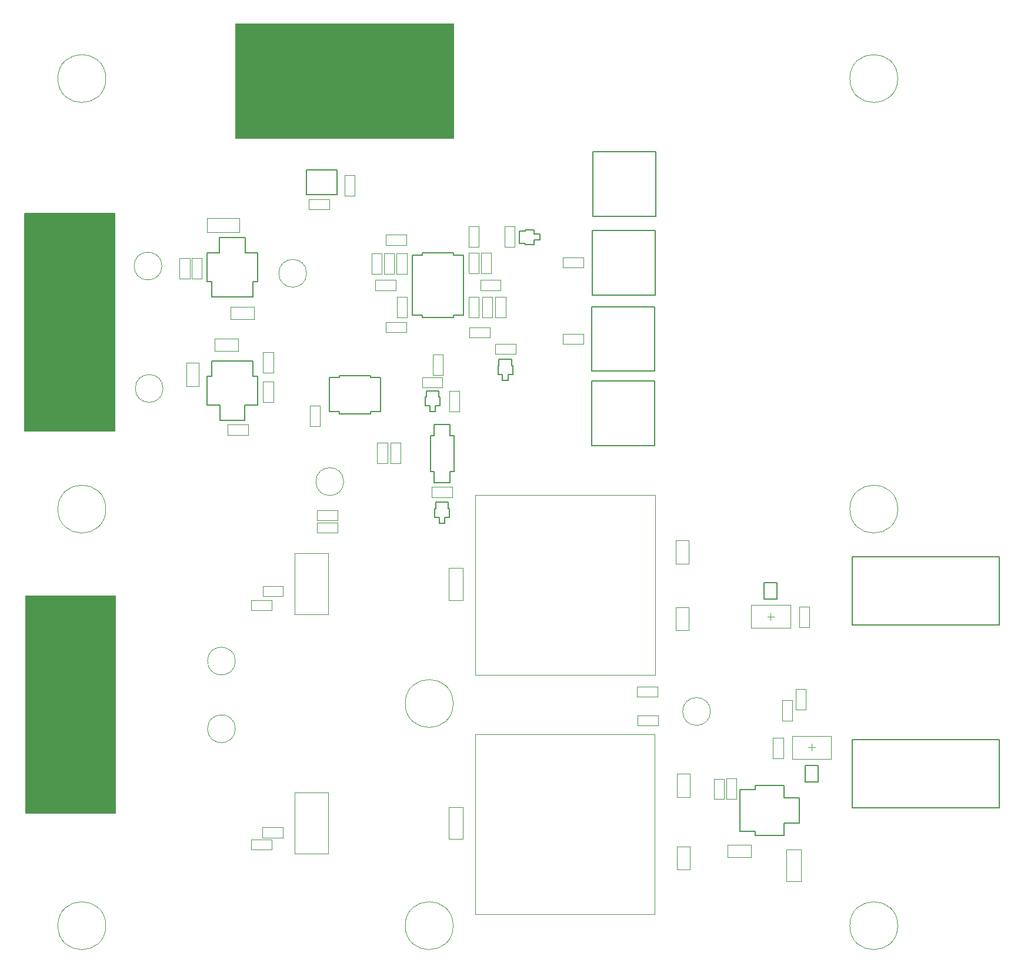
<source format=gbr>
%TF.GenerationSoftware,KiCad,Pcbnew,9.0.3*%
%TF.CreationDate,2025-09-17T10:51:31-04:00*%
%TF.ProjectId,4_COLD_TPC_SiPM_Pre_Amp,345f434f-4c44-45f5-9450-435f5369504d,rev?*%
%TF.SameCoordinates,Original*%
%TF.FileFunction,Other,User*%
%FSLAX46Y46*%
G04 Gerber Fmt 4.6, Leading zero omitted, Abs format (unit mm)*
G04 Created by KiCad (PCBNEW 9.0.3) date 2025-09-17 10:51:31*
%MOMM*%
%LPD*%
G01*
G04 APERTURE LIST*
%ADD10C,0.050000*%
%ADD11C,0.152400*%
%ADD12C,0.100000*%
%ADD13C,0.127000*%
G04 APERTURE END LIST*
D10*
%TO.C,C1*%
X235970000Y-153870000D02*
X234510000Y-153870000D01*
X235970000Y-150910000D02*
X235970000Y-153870000D01*
X234510000Y-153870000D02*
X234510000Y-150910000D01*
X234510000Y-150910000D02*
X235970000Y-150910000D01*
%TO.C,C3*%
X231337500Y-168121400D02*
X227937500Y-168121400D01*
X231337500Y-166361400D02*
X231337500Y-168121400D01*
X227937500Y-168121400D02*
X227937500Y-166361400D01*
X227937500Y-166361400D02*
X231337500Y-166361400D01*
%TO.C,C4*%
X227460000Y-159791400D02*
X226000000Y-159791400D01*
X227460000Y-156831400D02*
X227460000Y-159791400D01*
X226000000Y-159791400D02*
X226000000Y-156831400D01*
X226000000Y-156831400D02*
X227460000Y-156831400D01*
%TO.C,C5*%
X238530000Y-171600000D02*
X236430000Y-171600000D01*
X238530000Y-167000000D02*
X238530000Y-171600000D01*
X236430000Y-171600000D02*
X236430000Y-167000000D01*
X236430000Y-167000000D02*
X238530000Y-167000000D01*
%TO.C,C7*%
X189877500Y-165530000D02*
X187777500Y-165530000D01*
X189877500Y-160930000D02*
X189877500Y-165530000D01*
X187777500Y-165530000D02*
X187777500Y-160930000D01*
X187777500Y-160930000D02*
X189877500Y-160930000D01*
%TO.C,C12*%
X217888000Y-145002000D02*
X214928000Y-145002000D01*
X217888000Y-143542000D02*
X217888000Y-145002000D01*
X214928000Y-145002000D02*
X214928000Y-143542000D01*
X214928000Y-143542000D02*
X217888000Y-143542000D01*
%TO.C,C21*%
X217920000Y-149160000D02*
X214960000Y-149160000D01*
X217920000Y-147700000D02*
X217920000Y-149160000D01*
X214960000Y-149160000D02*
X214960000Y-147700000D01*
X214960000Y-147700000D02*
X217920000Y-147700000D01*
%TO.C,C26*%
X157637500Y-78165000D02*
X153037500Y-78165000D01*
X157637500Y-76065000D02*
X157637500Y-78165000D01*
X153037500Y-78165000D02*
X153037500Y-76065000D01*
X153037500Y-76065000D02*
X157637500Y-76065000D01*
%TO.C,C27*%
X174290000Y-72880000D02*
X172830000Y-72880000D01*
X174290000Y-69920000D02*
X174290000Y-72880000D01*
X172830000Y-72880000D02*
X172830000Y-69920000D01*
X172830000Y-69920000D02*
X174290000Y-69920000D01*
%TO.C,C28*%
X180219150Y-86490000D02*
X177259150Y-86490000D01*
X180219150Y-85030000D02*
X180219150Y-86490000D01*
X177259150Y-86490000D02*
X177259150Y-85030000D01*
X177259150Y-85030000D02*
X180219150Y-85030000D01*
%TO.C,C29*%
X195309150Y-86490000D02*
X192349150Y-86490000D01*
X195309150Y-85030000D02*
X195309150Y-86490000D01*
X192349150Y-86490000D02*
X192349150Y-85030000D01*
X192349150Y-85030000D02*
X195309150Y-85030000D01*
%TO.C,C30*%
X239720000Y-135010000D02*
X238260000Y-135010000D01*
X239720000Y-132050000D02*
X239720000Y-135010000D01*
X238260000Y-135010000D02*
X238260000Y-132050000D01*
X238260000Y-132050000D02*
X239720000Y-132050000D01*
%TO.C,C34*%
X151860000Y-100325000D02*
X150100000Y-100325000D01*
X151860000Y-96925000D02*
X151860000Y-100325000D01*
X150100000Y-100325000D02*
X150100000Y-96925000D01*
X150100000Y-96925000D02*
X151860000Y-96925000D01*
D11*
%TO.C,J4*%
X267084432Y-161012200D02*
X245869569Y-161012200D01*
X267084432Y-151207800D02*
X267084432Y-161012200D01*
X245869569Y-161012200D02*
X245869569Y-151207800D01*
X245869569Y-151207800D02*
X267084432Y-151207800D01*
%TO.C,J5*%
X267084432Y-134682200D02*
X245869569Y-134682200D01*
X267084432Y-124877800D02*
X267084432Y-134682200D01*
X245869569Y-134682200D02*
X245869569Y-124877800D01*
X245869569Y-124877800D02*
X267084432Y-124877800D01*
%TO.C,M2*%
X187914000Y-119194000D02*
X187264000Y-119194000D01*
X187914000Y-117886000D02*
X187914000Y-119194000D01*
X187914000Y-117886000D02*
X187764000Y-117886000D01*
X187764000Y-117886000D02*
X187764000Y-117030401D01*
X187764000Y-117030401D02*
X185956000Y-117030401D01*
X187264000Y-120049599D02*
X186456000Y-120049599D01*
X187264000Y-119194000D02*
X187264000Y-120049599D01*
X186456000Y-119194000D02*
X186456000Y-120049599D01*
X185956000Y-117886000D02*
X185956000Y-117030401D01*
X185806000Y-119194000D02*
X186456000Y-119194000D01*
X185806000Y-119194000D02*
X185806000Y-117886000D01*
X185806000Y-117886000D02*
X185956000Y-117886000D01*
%TO.C,P1*%
X217489000Y-98153999D02*
X217489000Y-88846001D01*
X217489000Y-88846001D02*
X208431000Y-88846001D01*
X208431000Y-98153999D02*
X217489000Y-98153999D01*
X208431000Y-88846001D02*
X208431000Y-98153999D01*
%TO.C,P2*%
X217489000Y-108823999D02*
X217489000Y-99516001D01*
X217489000Y-99516001D02*
X208431000Y-99516001D01*
X208431000Y-108823999D02*
X217489000Y-108823999D01*
X208431000Y-99516001D02*
X208431000Y-108823999D01*
%TO.C,P3*%
X217499000Y-87163999D02*
X217499000Y-77856001D01*
X217499000Y-77856001D02*
X208441000Y-77856001D01*
X208441000Y-87163999D02*
X217499000Y-87163999D01*
X208441000Y-77856001D02*
X208441000Y-87163999D01*
%TO.C,P4*%
X217589000Y-75833999D02*
X217589000Y-66526001D01*
X217589000Y-66526001D02*
X208531000Y-66526001D01*
X208531000Y-75833999D02*
X217589000Y-75833999D01*
X208531000Y-66526001D02*
X208531000Y-75833999D01*
D10*
%TO.C,R3*%
X229200000Y-159741400D02*
X227740000Y-159741400D01*
X229200000Y-156781400D02*
X229200000Y-159741400D01*
X227740000Y-159741400D02*
X227740000Y-156781400D01*
X227740000Y-156781400D02*
X229200000Y-156781400D01*
%TO.C,R8*%
X171780000Y-121430000D02*
X168820000Y-121430000D01*
X171780000Y-119970000D02*
X171780000Y-121430000D01*
X168820000Y-121430000D02*
X168820000Y-119970000D01*
X168820000Y-119970000D02*
X171780000Y-119970000D01*
%TO.C,R14*%
X162550000Y-102605000D02*
X161090000Y-102605000D01*
X162550000Y-99645000D02*
X162550000Y-102605000D01*
X161090000Y-102605000D02*
X161090000Y-99645000D01*
X161090000Y-99645000D02*
X162550000Y-99645000D01*
%TO.C,R15*%
X158950000Y-107310000D02*
X155990000Y-107310000D01*
X158950000Y-105850000D02*
X158950000Y-107310000D01*
X155990000Y-107310000D02*
X155990000Y-105850000D01*
X155990000Y-105850000D02*
X158950000Y-105850000D01*
%TO.C,R26*%
X194124150Y-90430000D02*
X192664150Y-90430000D01*
X194124150Y-87470000D02*
X194124150Y-90430000D01*
X192664150Y-90430000D02*
X192664150Y-87470000D01*
X192664150Y-87470000D02*
X194124150Y-87470000D01*
%TO.C,R27*%
X179944150Y-84105000D02*
X178484150Y-84105000D01*
X179944150Y-81145000D02*
X179944150Y-84105000D01*
X178484150Y-84105000D02*
X178484150Y-81145000D01*
X178484150Y-81145000D02*
X179944150Y-81145000D01*
%TO.C,R37*%
X222557500Y-169930000D02*
X220657500Y-169930000D01*
X222557500Y-166570000D02*
X222557500Y-169930000D01*
X220657500Y-169930000D02*
X220657500Y-166570000D01*
X220657500Y-166570000D02*
X222557500Y-166570000D01*
%TO.C,R39*%
X222557500Y-159500000D02*
X220657500Y-159500000D01*
X222557500Y-156140000D02*
X222557500Y-159500000D01*
X220657500Y-159500000D02*
X220657500Y-156140000D01*
X220657500Y-156140000D02*
X222557500Y-156140000D01*
D11*
%TO.C,R45*%
X240967100Y-157311100D02*
X239112900Y-157311100D01*
X240967100Y-154948900D02*
X240967100Y-157311100D01*
X239112900Y-157311100D02*
X239112900Y-154948900D01*
X239112900Y-154948900D02*
X240967100Y-154948900D01*
%TO.C,R46*%
X235087100Y-130951100D02*
X233232900Y-130951100D01*
X235087100Y-128588900D02*
X235087100Y-130951100D01*
X233232900Y-130951100D02*
X233232900Y-128588900D01*
X233232900Y-128588900D02*
X235087100Y-128588900D01*
%TO.C,U1*%
X160266800Y-85283200D02*
X159644500Y-85283200D01*
X160266800Y-81066800D02*
X160266800Y-85283200D01*
X159644500Y-87429500D02*
X153675500Y-87429500D01*
X159644500Y-85283200D02*
X159644500Y-87429500D01*
X158488800Y-81066800D02*
X160266800Y-81066800D01*
X158488800Y-78920500D02*
X158488800Y-81066800D01*
X154831200Y-81066800D02*
X154831200Y-78920500D01*
X154831200Y-78920500D02*
X158488800Y-78920500D01*
X153675500Y-87429500D02*
X153675500Y-85283200D01*
X153675500Y-85283200D02*
X153053200Y-85283200D01*
X153053200Y-85283200D02*
X153053200Y-81066800D01*
X153053200Y-81066800D02*
X154831200Y-81066800D01*
%TO.C,U2*%
X238254500Y-163230200D02*
X236108200Y-163230200D01*
X238254500Y-159572600D02*
X238254500Y-163230200D01*
X236108200Y-165008200D02*
X231891800Y-165008200D01*
X236108200Y-163230200D02*
X236108200Y-165008200D01*
X236108200Y-159572600D02*
X238254500Y-159572600D01*
X236108200Y-157794600D02*
X236108200Y-159572600D01*
X231891800Y-165008200D02*
X231891800Y-164385900D01*
X231891800Y-164385900D02*
X229745500Y-164385900D01*
X231891800Y-158416900D02*
X231891800Y-157794600D01*
X231891800Y-157794600D02*
X236108200Y-157794600D01*
X229745500Y-164385900D02*
X229745500Y-158416900D01*
X229745500Y-158416900D02*
X231891800Y-158416900D01*
D10*
%TO.C,U3*%
X217487500Y-176340000D02*
X191587500Y-176340000D01*
X217487500Y-150440000D02*
X217487500Y-176340000D01*
X191587500Y-176340000D02*
X191587500Y-150440000D01*
X191587500Y-150440000D02*
X217487500Y-150440000D01*
D11*
%TO.C,U5*%
X171724400Y-72678000D02*
X167355600Y-72678000D01*
X171724400Y-69122000D02*
X171724400Y-72678000D01*
X167355600Y-72678000D02*
X167355600Y-69122000D01*
X167355600Y-69122000D02*
X171724400Y-69122000D01*
%TO.C,U6*%
X160266800Y-103063200D02*
X158438000Y-103063200D01*
X160266800Y-98846800D02*
X160266800Y-103063200D01*
X159633100Y-98846800D02*
X160266800Y-98846800D01*
X159633100Y-96675100D02*
X159633100Y-98846800D01*
X158438000Y-105234900D02*
X154882000Y-105234900D01*
X158438000Y-103063200D02*
X158438000Y-105234900D01*
X154882000Y-105234900D02*
X154882000Y-103063200D01*
X154882000Y-103063200D02*
X153053200Y-103063200D01*
X153686900Y-98846800D02*
X153686900Y-96675100D01*
X153686900Y-96675100D02*
X159633100Y-96675100D01*
X153053200Y-103063200D02*
X153053200Y-98846800D01*
X153053200Y-98846800D02*
X153686900Y-98846800D01*
%TO.C,U7*%
X189958400Y-90090700D02*
X188497900Y-90090700D01*
X189958400Y-81429300D02*
X189958400Y-90090700D01*
X189958400Y-81429300D02*
X188497900Y-81429300D01*
X188497900Y-90382800D02*
X184002100Y-90382800D01*
X188497900Y-90090700D02*
X188497900Y-90382800D01*
X188497900Y-81137200D02*
X188497900Y-81429300D01*
X184002100Y-90382800D02*
X184002100Y-90090700D01*
X184002100Y-81429300D02*
X184002100Y-81137200D01*
X184002100Y-81137200D02*
X188497900Y-81137200D01*
X182541600Y-90090700D02*
X184002100Y-90090700D01*
X182541600Y-90090700D02*
X182541600Y-81429300D01*
X182541600Y-81429300D02*
X184002100Y-81429300D01*
D10*
%TO.C,U9*%
X236969997Y-135120002D02*
X236969997Y-131820001D01*
D12*
X234169997Y-133970002D02*
X234169997Y-132970001D01*
X233669998Y-133470000D02*
X234669999Y-133470000D01*
D10*
X231369998Y-135120002D02*
X236969997Y-135120002D01*
X231369998Y-135120002D02*
X231369998Y-131820001D01*
X231369998Y-131820001D02*
X236969997Y-131820001D01*
%TO.C,U10*%
X242840002Y-153969999D02*
X237240003Y-153969999D01*
X242840002Y-150669998D02*
X242840002Y-153969999D01*
X242840002Y-150669998D02*
X237240003Y-150669998D01*
D12*
X240540002Y-152320000D02*
X239540001Y-152320000D01*
X240040003Y-151819998D02*
X240040003Y-152819999D01*
D10*
X237240003Y-150669998D02*
X237240003Y-153969999D01*
%TO.C,V_{EN}1*%
X172690000Y-114050000D02*
G75*
G02*
X168690000Y-114050000I-2000000J0D01*
G01*
X168690000Y-114050000D02*
G75*
G02*
X172690000Y-114050000I2000000J0D01*
G01*
%TO.C,V_{OUT_RTN}1*%
X225490000Y-147150000D02*
G75*
G02*
X221490000Y-147150000I-2000000J0D01*
G01*
X221490000Y-147150000D02*
G75*
G02*
X225490000Y-147150000I2000000J0D01*
G01*
%TO.C,R31*%
X190658900Y-77290000D02*
X192118900Y-77290000D01*
X190658900Y-80250000D02*
X190658900Y-77290000D01*
X192118900Y-77290000D02*
X192118900Y-80250000D01*
X192118900Y-80250000D02*
X190658900Y-80250000D01*
%TO.C,+12V_RTN1*%
X157090000Y-149640000D02*
G75*
G02*
X153090000Y-149640000I-2000000J0D01*
G01*
X153090000Y-149640000D02*
G75*
G02*
X157090000Y-149640000I2000000J0D01*
G01*
%TO.C,C25*%
X149070000Y-81845000D02*
X150530000Y-81845000D01*
X149070000Y-84805000D02*
X149070000Y-81845000D01*
X150530000Y-81845000D02*
X150530000Y-84805000D01*
X150530000Y-84805000D02*
X149070000Y-84805000D01*
%TO.C,H5*%
X138450000Y-56000000D02*
G75*
G02*
X131550000Y-56000000I-3450000J0D01*
G01*
X131550000Y-56000000D02*
G75*
G02*
X138450000Y-56000000I3450000J0D01*
G01*
%TO.C,R6*%
X187920000Y-101000000D02*
X189380000Y-101000000D01*
X187920000Y-103960000D02*
X187920000Y-101000000D01*
X189380000Y-101000000D02*
X189380000Y-103960000D01*
X189380000Y-103960000D02*
X187920000Y-103960000D01*
%TO.C,R10*%
X150830000Y-81855000D02*
X152290000Y-81855000D01*
X150830000Y-84815000D02*
X150830000Y-81855000D01*
X152290000Y-81855000D02*
X152290000Y-84815000D01*
X152290000Y-84815000D02*
X150830000Y-84815000D01*
%TO.C,R11*%
X167680000Y-73360000D02*
X170640000Y-73360000D01*
X167680000Y-74820000D02*
X167680000Y-73360000D01*
X170640000Y-73360000D02*
X170640000Y-74820000D01*
X170640000Y-74820000D02*
X167680000Y-74820000D01*
%TO.C,R32*%
X195834150Y-77320000D02*
X197294150Y-77320000D01*
X195834150Y-80280000D02*
X195834150Y-77320000D01*
X197294150Y-77320000D02*
X197294150Y-80280000D01*
X197294150Y-80280000D02*
X195834150Y-80280000D01*
%TO.C,R19*%
X180324150Y-81145000D02*
X181784150Y-81145000D01*
X180324150Y-84105000D02*
X180324150Y-81145000D01*
X181784150Y-81145000D02*
X181784150Y-84105000D01*
X181784150Y-84105000D02*
X180324150Y-84105000D01*
%TO.C,H7*%
X252450000Y-118000000D02*
G75*
G02*
X245550000Y-118000000I-3450000J0D01*
G01*
X245550000Y-118000000D02*
G75*
G02*
X252450000Y-118000000I3450000J0D01*
G01*
%TO.C,R20*%
X176694150Y-81170000D02*
X178154150Y-81170000D01*
X176694150Y-84130000D02*
X176694150Y-81170000D01*
X178154150Y-81170000D02*
X178154150Y-84130000D01*
X178154150Y-84130000D02*
X176694150Y-84130000D01*
%TO.C,H6*%
X252450000Y-178000000D02*
G75*
G02*
X245550000Y-178000000I-3450000J0D01*
G01*
X245550000Y-178000000D02*
G75*
G02*
X252450000Y-178000000I3450000J0D01*
G01*
%TO.C,R34*%
X194534150Y-87460000D02*
X195994150Y-87460000D01*
X194534150Y-90420000D02*
X194534150Y-87460000D01*
X195994150Y-87460000D02*
X195994150Y-90420000D01*
X195994150Y-90420000D02*
X194534150Y-90420000D01*
%TO.C,C24*%
X156380000Y-88885000D02*
X159780000Y-88885000D01*
X156380000Y-90645000D02*
X156380000Y-88885000D01*
X159780000Y-88885000D02*
X159780000Y-90645000D01*
X159780000Y-90645000D02*
X156380000Y-90645000D01*
%TO.C,R9*%
X185390000Y-114830000D02*
X188350000Y-114830000D01*
X185390000Y-116290000D02*
X185390000Y-114830000D01*
X188350000Y-114830000D02*
X188350000Y-116290000D01*
X188350000Y-116290000D02*
X185390000Y-116290000D01*
%TO.C,H3*%
X188450000Y-146000000D02*
G75*
G02*
X181550000Y-146000000I-3450000J0D01*
G01*
X181550000Y-146000000D02*
G75*
G02*
X188450000Y-146000000I3450000J0D01*
G01*
%TO.C,R22*%
X180329150Y-87464800D02*
X181789150Y-87464800D01*
X180329150Y-90424800D02*
X180329150Y-87464800D01*
X181789150Y-87464800D02*
X181789150Y-90424800D01*
X181789150Y-90424800D02*
X180329150Y-90424800D01*
%TO.C,R21*%
X178744150Y-78500000D02*
X181704150Y-78500000D01*
X178744150Y-79960000D02*
X178744150Y-78500000D01*
X181704150Y-78500000D02*
X181704150Y-79960000D01*
X181704150Y-79960000D02*
X178744150Y-79960000D01*
%TO.C,C32*%
X154080000Y-93465000D02*
X157480000Y-93465000D01*
X154080000Y-95225000D02*
X154080000Y-93465000D01*
X157480000Y-93465000D02*
X157480000Y-95225000D01*
X157480000Y-95225000D02*
X154080000Y-95225000D01*
%TO.C,R5*%
X183970000Y-99060000D02*
X186930000Y-99060000D01*
X183970000Y-100520000D02*
X183970000Y-99060000D01*
X186930000Y-99060000D02*
X186930000Y-100520000D01*
X186930000Y-100520000D02*
X183970000Y-100520000D01*
D11*
%TO.C,M6*%
X197939551Y-77926001D02*
X197939551Y-79734001D01*
X198795150Y-77776001D02*
X198795150Y-77926001D01*
X198795150Y-77776001D02*
X200103150Y-77776001D01*
X198795150Y-77926001D02*
X197939551Y-77926001D01*
X198795150Y-79734001D02*
X197939551Y-79734001D01*
X198795150Y-79884001D02*
X198795150Y-79734001D01*
X200103150Y-77776001D02*
X200103150Y-78426001D01*
X200103150Y-78426001D02*
X200958749Y-78426001D01*
X200103150Y-79234001D02*
X200958749Y-79234001D01*
X200103150Y-79884001D02*
X198795150Y-79884001D01*
X200103150Y-79884001D02*
X200103150Y-79234001D01*
X200958749Y-78426001D02*
X200958749Y-79234001D01*
D10*
%TO.C,R24*%
X167810000Y-103150000D02*
X169270000Y-103150000D01*
X167810000Y-106110000D02*
X167810000Y-103150000D01*
X169270000Y-103150000D02*
X169270000Y-106110000D01*
X169270000Y-106110000D02*
X167810000Y-106110000D01*
%TO.C,+5V1*%
X146520000Y-83000000D02*
G75*
G02*
X142520000Y-83000000I-2000000J0D01*
G01*
X142520000Y-83000000D02*
G75*
G02*
X146520000Y-83000000I2000000J0D01*
G01*
D12*
%TO.C,J1*%
X139810000Y-161815000D02*
X126890000Y-161815000D01*
X126890000Y-130415000D01*
X139810000Y-130415000D01*
X139810000Y-161815000D01*
G36*
X139810000Y-161815000D02*
G01*
X126890000Y-161815000D01*
X126890000Y-130415000D01*
X139810000Y-130415000D01*
X139810000Y-161815000D01*
G37*
D11*
%TO.C,M5*%
X194905151Y-97310799D02*
X195055151Y-97310799D01*
X194905151Y-98618799D02*
X194905151Y-97310799D01*
X194905151Y-98618799D02*
X195555151Y-98618799D01*
X195055151Y-97310799D02*
X195055151Y-96455200D01*
X195555151Y-98618799D02*
X195555151Y-99474398D01*
X196363151Y-98618799D02*
X196363151Y-99474398D01*
X196363151Y-99474398D02*
X195555151Y-99474398D01*
X196863151Y-96455200D02*
X195055151Y-96455200D01*
X196863151Y-97310799D02*
X196863151Y-96455200D01*
X197013151Y-97310799D02*
X196863151Y-97310799D01*
X197013151Y-97310799D02*
X197013151Y-98618799D01*
X197013151Y-98618799D02*
X196363151Y-98618799D01*
%TO.C,U8*%
X170611600Y-99071600D02*
X172072100Y-99071600D01*
X170611600Y-103948400D02*
X170611600Y-99071600D01*
X170611600Y-103948400D02*
X172072100Y-103948400D01*
X172072100Y-98754100D02*
X176567900Y-98754100D01*
X172072100Y-99071600D02*
X172072100Y-98754100D01*
X172072100Y-104265900D02*
X172072100Y-103948400D01*
X176567900Y-98754100D02*
X176567900Y-99071600D01*
X176567900Y-103948400D02*
X176567900Y-104265900D01*
X176567900Y-104265900D02*
X172072100Y-104265900D01*
X178028400Y-99071600D02*
X176567900Y-99071600D01*
X178028400Y-99071600D02*
X178028400Y-103948400D01*
X178028400Y-103948400D02*
X176567900Y-103948400D01*
%TO.C,Q1*%
X185158200Y-107457300D02*
X185691600Y-107457300D01*
X185158200Y-112562700D02*
X185158200Y-107457300D01*
X185691600Y-105806300D02*
X185691600Y-107457300D01*
X185691600Y-105806300D02*
X188028400Y-105806300D01*
X185691600Y-112562700D02*
X185158200Y-112562700D01*
X185691600Y-114213700D02*
X185691600Y-112562700D01*
X188028400Y-105806300D02*
X188028400Y-107457300D01*
X188028400Y-107457300D02*
X188561800Y-107457300D01*
X188028400Y-114213700D02*
X185691600Y-114213700D01*
X188028400Y-114213700D02*
X188028400Y-112562700D01*
X188561800Y-107457300D02*
X188561800Y-112562700D01*
X188561800Y-112562700D02*
X188028400Y-112562700D01*
%TO.C,M1*%
X184426000Y-101816000D02*
X184576000Y-101816000D01*
X184426000Y-103124000D02*
X184426000Y-101816000D01*
X184426000Y-103124000D02*
X185076000Y-103124000D01*
X184576000Y-101816000D02*
X184576000Y-100960401D01*
X185076000Y-103124000D02*
X185076000Y-103979599D01*
X185884000Y-103124000D02*
X185884000Y-103979599D01*
X185884000Y-103979599D02*
X185076000Y-103979599D01*
X186384000Y-100960401D02*
X184576000Y-100960401D01*
X186384000Y-101816000D02*
X186384000Y-100960401D01*
X186534000Y-101816000D02*
X186384000Y-101816000D01*
X186534000Y-101816000D02*
X186534000Y-103124000D01*
X186534000Y-103124000D02*
X185884000Y-103124000D01*
D10*
%TO.C,R35*%
X190664150Y-81100000D02*
X192124150Y-81100000D01*
X190664150Y-84060000D02*
X190664150Y-81100000D01*
X192124150Y-81100000D02*
X192124150Y-84060000D01*
X192124150Y-84060000D02*
X190664150Y-84060000D01*
D12*
%TO.C,J3*%
X188465000Y-64580000D02*
X157055000Y-64580000D01*
X157055000Y-48080000D01*
X188465000Y-48080000D01*
X188465000Y-64580000D01*
G36*
X188465000Y-64580000D02*
G01*
X157055000Y-64580000D01*
X157055000Y-48080000D01*
X188465000Y-48080000D01*
X188465000Y-64580000D01*
G37*
D10*
%TO.C,R23*%
X178739150Y-91084800D02*
X181699150Y-91084800D01*
X178739150Y-92544800D02*
X178739150Y-91084800D01*
X181699150Y-91084800D02*
X181699150Y-92544800D01*
X181699150Y-92544800D02*
X178739150Y-92544800D01*
D13*
%TO.C,J2*%
X139713250Y-106790000D02*
X126793250Y-106790000D01*
X126793250Y-75390000D01*
X139713250Y-75390000D01*
X139713250Y-106790000D01*
G36*
X139713250Y-106790000D02*
G01*
X126793250Y-106790000D01*
X126793250Y-75390000D01*
X139713250Y-75390000D01*
X139713250Y-106790000D01*
G37*
D10*
%TO.C,R41*%
X235840000Y-145550000D02*
X237300000Y-145550000D01*
X235840000Y-148510000D02*
X235840000Y-145550000D01*
X237300000Y-145550000D02*
X237300000Y-148510000D01*
X237300000Y-148510000D02*
X235840000Y-148510000D01*
%TO.C,H8*%
X138450000Y-118000000D02*
G75*
G02*
X131550000Y-118000000I-3450000J0D01*
G01*
X131550000Y-118000000D02*
G75*
G02*
X138450000Y-118000000I3450000J0D01*
G01*
%TO.C,R4*%
X185540000Y-95710000D02*
X187000000Y-95710000D01*
X185540000Y-98670000D02*
X185540000Y-95710000D01*
X187000000Y-95710000D02*
X187000000Y-98670000D01*
X187000000Y-98670000D02*
X185540000Y-98670000D01*
%TO.C,R28*%
X190774150Y-91820000D02*
X193734150Y-91820000D01*
X190774150Y-93280000D02*
X190774150Y-91820000D01*
X193734150Y-91820000D02*
X193734150Y-93280000D01*
X193734150Y-93280000D02*
X190774150Y-93280000D01*
%TO.C,R12*%
X177520000Y-108450000D02*
X178980000Y-108450000D01*
X177520000Y-111410000D02*
X177520000Y-108450000D01*
X178980000Y-108450000D02*
X178980000Y-111410000D01*
X178980000Y-111410000D02*
X177520000Y-111410000D01*
%TO.C,H4*%
X188450000Y-178000000D02*
G75*
G02*
X181550000Y-178000000I-3450000J0D01*
G01*
X181550000Y-178000000D02*
G75*
G02*
X188450000Y-178000000I3450000J0D01*
G01*
%TO.C,R13*%
X161090000Y-95435000D02*
X162550000Y-95435000D01*
X161090000Y-98395000D02*
X161090000Y-95435000D01*
X162550000Y-95435000D02*
X162550000Y-98395000D01*
X162550000Y-98395000D02*
X161090000Y-98395000D01*
%TO.C,R25*%
X190704150Y-87470000D02*
X192164150Y-87470000D01*
X190704150Y-90430000D02*
X190704150Y-87470000D01*
X192164150Y-87470000D02*
X192164150Y-90430000D01*
X192164150Y-90430000D02*
X190704150Y-90430000D01*
%TO.C,C2*%
X237790000Y-143950000D02*
X239250000Y-143950000D01*
X237790000Y-146910000D02*
X237790000Y-143950000D01*
X239250000Y-143950000D02*
X239250000Y-146910000D01*
X239250000Y-146910000D02*
X237790000Y-146910000D01*
%TO.C,+12V1*%
X157090000Y-139890000D02*
G75*
G02*
X153090000Y-139890000I-2000000J0D01*
G01*
X153090000Y-139890000D02*
G75*
G02*
X157090000Y-139890000I2000000J0D01*
G01*
%TO.C,R7*%
X168840000Y-118170000D02*
X171800000Y-118170000D01*
X168840000Y-119630000D02*
X168840000Y-118170000D01*
X171800000Y-118170000D02*
X171800000Y-119630000D01*
X171800000Y-119630000D02*
X168840000Y-119630000D01*
%TO.C,-5V1*%
X146690000Y-100630000D02*
G75*
G02*
X142690000Y-100630000I-2000000J0D01*
G01*
X142690000Y-100630000D02*
G75*
G02*
X146690000Y-100630000I2000000J0D01*
G01*
%TO.C,R36*%
X192454150Y-81110000D02*
X193914150Y-81110000D01*
X192454150Y-84070000D02*
X192454150Y-81110000D01*
X193914150Y-81110000D02*
X193914150Y-84070000D01*
X193914150Y-84070000D02*
X192454150Y-84070000D01*
%TO.C,R48*%
X160997500Y-163850000D02*
X163957500Y-163850000D01*
X160997500Y-165310000D02*
X160997500Y-163850000D01*
X163957500Y-163850000D02*
X163957500Y-165310000D01*
X163957500Y-165310000D02*
X160997500Y-165310000D01*
%TO.C,H2*%
X138450000Y-178000000D02*
G75*
G02*
X131550000Y-178000000I-3450000J0D01*
G01*
X131550000Y-178000000D02*
G75*
G02*
X138450000Y-178000000I3450000J0D01*
G01*
%TO.C,H1*%
X252450000Y-56000000D02*
G75*
G02*
X245550000Y-56000000I-3450000J0D01*
G01*
X245550000Y-56000000D02*
G75*
G02*
X252450000Y-56000000I3450000J0D01*
G01*
%TO.C,C33*%
X179410000Y-108430000D02*
X180870000Y-108430000D01*
X179410000Y-111390000D02*
X179410000Y-108430000D01*
X180870000Y-108430000D02*
X180870000Y-111390000D01*
X180870000Y-111390000D02*
X179410000Y-111390000D01*
%TO.C,R33*%
X204240000Y-81780200D02*
X207200000Y-81780200D01*
X204240000Y-83240200D02*
X204240000Y-81780200D01*
X207200000Y-81780200D02*
X207200000Y-83240200D01*
X207200000Y-83240200D02*
X204240000Y-83240200D01*
%TO.C,R30*%
X204250000Y-92770200D02*
X207210000Y-92770200D01*
X204250000Y-94230200D02*
X204250000Y-92770200D01*
X207210000Y-92770200D02*
X207210000Y-94230200D01*
X207210000Y-94230200D02*
X204250000Y-94230200D01*
%TO.C,C6*%
X165647500Y-158800000D02*
X170447500Y-158800000D01*
X165647500Y-167600000D02*
X165647500Y-158800000D01*
X170447500Y-158800000D02*
X170447500Y-167600000D01*
X170447500Y-167600000D02*
X165647500Y-167600000D01*
%TO.C,Telem_RTN1*%
X167350000Y-84050000D02*
G75*
G02*
X163350000Y-84050000I-2000000J0D01*
G01*
X163350000Y-84050000D02*
G75*
G02*
X167350000Y-84050000I2000000J0D01*
G01*
%TO.C,F1*%
X159362500Y-165570000D02*
X162322500Y-165570000D01*
X159362500Y-167030000D02*
X159362500Y-165570000D01*
X162322500Y-165570000D02*
X162322500Y-167030000D01*
X162322500Y-167030000D02*
X159362500Y-167030000D01*
%TO.C,R29*%
X194479151Y-94224799D02*
X197439151Y-94224799D01*
X194479151Y-95684799D02*
X194479151Y-94224799D01*
X197439151Y-94224799D02*
X197439151Y-95684799D01*
X197439151Y-95684799D02*
X194479151Y-95684799D01*
%TO.C,F2*%
X159370000Y-131150000D02*
X162330000Y-131150000D01*
X159370000Y-132610000D02*
X159370000Y-131150000D01*
X162330000Y-131150000D02*
X162330000Y-132610000D01*
X162330000Y-132610000D02*
X159370000Y-132610000D01*
%TO.C,R38*%
X220465000Y-132120000D02*
X222365000Y-132120000D01*
X220465000Y-135480000D02*
X220465000Y-132120000D01*
X222365000Y-132120000D02*
X222365000Y-135480000D01*
X222365000Y-135480000D02*
X220465000Y-135480000D01*
%TO.C,R40*%
X220475000Y-122490000D02*
X222375000Y-122490000D01*
X220475000Y-125850000D02*
X220475000Y-122490000D01*
X222375000Y-122490000D02*
X222375000Y-125850000D01*
X222375000Y-125850000D02*
X220475000Y-125850000D01*
%TO.C,C16*%
X187785000Y-126510000D02*
X189885000Y-126510000D01*
X187785000Y-131110000D02*
X187785000Y-126510000D01*
X189885000Y-126510000D02*
X189885000Y-131110000D01*
X189885000Y-131110000D02*
X187785000Y-131110000D01*
%TO.C,C15*%
X165655000Y-124380000D02*
X170455000Y-124380000D01*
X165655000Y-133180000D02*
X165655000Y-124380000D01*
X170455000Y-124380000D02*
X170455000Y-133180000D01*
X170455000Y-133180000D02*
X165655000Y-133180000D01*
%TO.C,R49*%
X161025000Y-129070000D02*
X163985000Y-129070000D01*
X161025000Y-130530000D02*
X161025000Y-129070000D01*
X163985000Y-129070000D02*
X163985000Y-130530000D01*
X163985000Y-130530000D02*
X161025000Y-130530000D01*
%TO.C,U4*%
X191595000Y-141920000D02*
X191595000Y-116020000D01*
X217495000Y-141920000D02*
X191595000Y-141920000D01*
X191595000Y-116020000D02*
X217495000Y-116020000D01*
X217495000Y-116020000D02*
X217495000Y-141920000D01*
%TD*%
M02*

</source>
